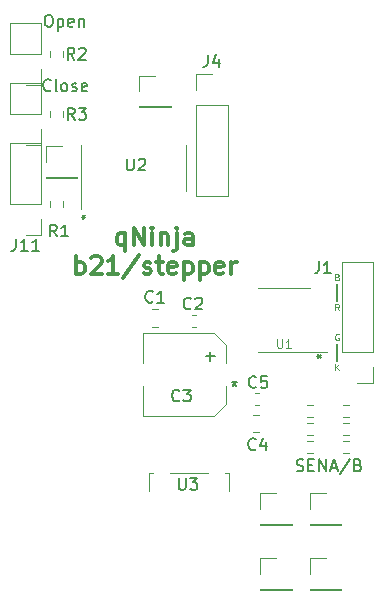
<source format=gto>
%TF.GenerationSoftware,KiCad,Pcbnew,(7.0.0-122-g9f10c142c4)*%
%TF.CreationDate,2023-03-06T13:40:13+09:00*%
%TF.ProjectId,stepper,73746570-7065-4722-9e6b-696361645f70,rev?*%
%TF.SameCoordinates,Original*%
%TF.FileFunction,Legend,Top*%
%TF.FilePolarity,Positive*%
%FSLAX46Y46*%
G04 Gerber Fmt 4.6, Leading zero omitted, Abs format (unit mm)*
G04 Created by KiCad (PCBNEW (7.0.0-122-g9f10c142c4)) date 2023-03-06 13:40:13*
%MOMM*%
%LPD*%
G01*
G04 APERTURE LIST*
%ADD10C,0.150000*%
%ADD11C,0.300000*%
%ADD12C,0.125000*%
%ADD13C,0.150400*%
%ADD14C,0.120000*%
G04 APERTURE END LIST*
D10*
X123681904Y-62857142D02*
X123634285Y-62904761D01*
X123634285Y-62904761D02*
X123491428Y-62952380D01*
X123491428Y-62952380D02*
X123396190Y-62952380D01*
X123396190Y-62952380D02*
X123253333Y-62904761D01*
X123253333Y-62904761D02*
X123158095Y-62809523D01*
X123158095Y-62809523D02*
X123110476Y-62714285D01*
X123110476Y-62714285D02*
X123062857Y-62523809D01*
X123062857Y-62523809D02*
X123062857Y-62380952D01*
X123062857Y-62380952D02*
X123110476Y-62190476D01*
X123110476Y-62190476D02*
X123158095Y-62095238D01*
X123158095Y-62095238D02*
X123253333Y-62000000D01*
X123253333Y-62000000D02*
X123396190Y-61952380D01*
X123396190Y-61952380D02*
X123491428Y-61952380D01*
X123491428Y-61952380D02*
X123634285Y-62000000D01*
X123634285Y-62000000D02*
X123681904Y-62047619D01*
X124253333Y-62952380D02*
X124158095Y-62904761D01*
X124158095Y-62904761D02*
X124110476Y-62809523D01*
X124110476Y-62809523D02*
X124110476Y-61952380D01*
X124777143Y-62952380D02*
X124681905Y-62904761D01*
X124681905Y-62904761D02*
X124634286Y-62857142D01*
X124634286Y-62857142D02*
X124586667Y-62761904D01*
X124586667Y-62761904D02*
X124586667Y-62476190D01*
X124586667Y-62476190D02*
X124634286Y-62380952D01*
X124634286Y-62380952D02*
X124681905Y-62333333D01*
X124681905Y-62333333D02*
X124777143Y-62285714D01*
X124777143Y-62285714D02*
X124920000Y-62285714D01*
X124920000Y-62285714D02*
X125015238Y-62333333D01*
X125015238Y-62333333D02*
X125062857Y-62380952D01*
X125062857Y-62380952D02*
X125110476Y-62476190D01*
X125110476Y-62476190D02*
X125110476Y-62761904D01*
X125110476Y-62761904D02*
X125062857Y-62857142D01*
X125062857Y-62857142D02*
X125015238Y-62904761D01*
X125015238Y-62904761D02*
X124920000Y-62952380D01*
X124920000Y-62952380D02*
X124777143Y-62952380D01*
X125491429Y-62904761D02*
X125586667Y-62952380D01*
X125586667Y-62952380D02*
X125777143Y-62952380D01*
X125777143Y-62952380D02*
X125872381Y-62904761D01*
X125872381Y-62904761D02*
X125920000Y-62809523D01*
X125920000Y-62809523D02*
X125920000Y-62761904D01*
X125920000Y-62761904D02*
X125872381Y-62666666D01*
X125872381Y-62666666D02*
X125777143Y-62619047D01*
X125777143Y-62619047D02*
X125634286Y-62619047D01*
X125634286Y-62619047D02*
X125539048Y-62571428D01*
X125539048Y-62571428D02*
X125491429Y-62476190D01*
X125491429Y-62476190D02*
X125491429Y-62428571D01*
X125491429Y-62428571D02*
X125539048Y-62333333D01*
X125539048Y-62333333D02*
X125634286Y-62285714D01*
X125634286Y-62285714D02*
X125777143Y-62285714D01*
X125777143Y-62285714D02*
X125872381Y-62333333D01*
X126729524Y-62904761D02*
X126634286Y-62952380D01*
X126634286Y-62952380D02*
X126443810Y-62952380D01*
X126443810Y-62952380D02*
X126348572Y-62904761D01*
X126348572Y-62904761D02*
X126300953Y-62809523D01*
X126300953Y-62809523D02*
X126300953Y-62428571D01*
X126300953Y-62428571D02*
X126348572Y-62333333D01*
X126348572Y-62333333D02*
X126443810Y-62285714D01*
X126443810Y-62285714D02*
X126634286Y-62285714D01*
X126634286Y-62285714D02*
X126729524Y-62333333D01*
X126729524Y-62333333D02*
X126777143Y-62428571D01*
X126777143Y-62428571D02*
X126777143Y-62523809D01*
X126777143Y-62523809D02*
X126300953Y-62619047D01*
X123431428Y-56492380D02*
X123621904Y-56492380D01*
X123621904Y-56492380D02*
X123717142Y-56540000D01*
X123717142Y-56540000D02*
X123812380Y-56635238D01*
X123812380Y-56635238D02*
X123859999Y-56825714D01*
X123859999Y-56825714D02*
X123859999Y-57159047D01*
X123859999Y-57159047D02*
X123812380Y-57349523D01*
X123812380Y-57349523D02*
X123717142Y-57444761D01*
X123717142Y-57444761D02*
X123621904Y-57492380D01*
X123621904Y-57492380D02*
X123431428Y-57492380D01*
X123431428Y-57492380D02*
X123336190Y-57444761D01*
X123336190Y-57444761D02*
X123240952Y-57349523D01*
X123240952Y-57349523D02*
X123193333Y-57159047D01*
X123193333Y-57159047D02*
X123193333Y-56825714D01*
X123193333Y-56825714D02*
X123240952Y-56635238D01*
X123240952Y-56635238D02*
X123336190Y-56540000D01*
X123336190Y-56540000D02*
X123431428Y-56492380D01*
X124288571Y-56825714D02*
X124288571Y-57825714D01*
X124288571Y-56873333D02*
X124383809Y-56825714D01*
X124383809Y-56825714D02*
X124574285Y-56825714D01*
X124574285Y-56825714D02*
X124669523Y-56873333D01*
X124669523Y-56873333D02*
X124717142Y-56920952D01*
X124717142Y-56920952D02*
X124764761Y-57016190D01*
X124764761Y-57016190D02*
X124764761Y-57301904D01*
X124764761Y-57301904D02*
X124717142Y-57397142D01*
X124717142Y-57397142D02*
X124669523Y-57444761D01*
X124669523Y-57444761D02*
X124574285Y-57492380D01*
X124574285Y-57492380D02*
X124383809Y-57492380D01*
X124383809Y-57492380D02*
X124288571Y-57444761D01*
X125574285Y-57444761D02*
X125479047Y-57492380D01*
X125479047Y-57492380D02*
X125288571Y-57492380D01*
X125288571Y-57492380D02*
X125193333Y-57444761D01*
X125193333Y-57444761D02*
X125145714Y-57349523D01*
X125145714Y-57349523D02*
X125145714Y-56968571D01*
X125145714Y-56968571D02*
X125193333Y-56873333D01*
X125193333Y-56873333D02*
X125288571Y-56825714D01*
X125288571Y-56825714D02*
X125479047Y-56825714D01*
X125479047Y-56825714D02*
X125574285Y-56873333D01*
X125574285Y-56873333D02*
X125621904Y-56968571D01*
X125621904Y-56968571D02*
X125621904Y-57063809D01*
X125621904Y-57063809D02*
X125145714Y-57159047D01*
X126050476Y-56825714D02*
X126050476Y-57492380D01*
X126050476Y-56920952D02*
X126098095Y-56873333D01*
X126098095Y-56873333D02*
X126193333Y-56825714D01*
X126193333Y-56825714D02*
X126336190Y-56825714D01*
X126336190Y-56825714D02*
X126431428Y-56873333D01*
X126431428Y-56873333D02*
X126479047Y-56968571D01*
X126479047Y-56968571D02*
X126479047Y-57492380D01*
D11*
X129994285Y-75003571D02*
X129994285Y-76503571D01*
X129994285Y-75932142D02*
X129851427Y-76003571D01*
X129851427Y-76003571D02*
X129565713Y-76003571D01*
X129565713Y-76003571D02*
X129422856Y-75932142D01*
X129422856Y-75932142D02*
X129351427Y-75860714D01*
X129351427Y-75860714D02*
X129279999Y-75717857D01*
X129279999Y-75717857D02*
X129279999Y-75289285D01*
X129279999Y-75289285D02*
X129351427Y-75146428D01*
X129351427Y-75146428D02*
X129422856Y-75075000D01*
X129422856Y-75075000D02*
X129565713Y-75003571D01*
X129565713Y-75003571D02*
X129851427Y-75003571D01*
X129851427Y-75003571D02*
X129994285Y-75075000D01*
X130708570Y-76003571D02*
X130708570Y-74503571D01*
X130708570Y-74503571D02*
X131565713Y-76003571D01*
X131565713Y-76003571D02*
X131565713Y-74503571D01*
X132279999Y-76003571D02*
X132279999Y-75003571D01*
X132279999Y-74503571D02*
X132208571Y-74575000D01*
X132208571Y-74575000D02*
X132279999Y-74646428D01*
X132279999Y-74646428D02*
X132351428Y-74575000D01*
X132351428Y-74575000D02*
X132279999Y-74503571D01*
X132279999Y-74503571D02*
X132279999Y-74646428D01*
X132994285Y-75003571D02*
X132994285Y-76003571D01*
X132994285Y-75146428D02*
X133065714Y-75075000D01*
X133065714Y-75075000D02*
X133208571Y-75003571D01*
X133208571Y-75003571D02*
X133422857Y-75003571D01*
X133422857Y-75003571D02*
X133565714Y-75075000D01*
X133565714Y-75075000D02*
X133637143Y-75217857D01*
X133637143Y-75217857D02*
X133637143Y-76003571D01*
X134351428Y-75003571D02*
X134351428Y-76289285D01*
X134351428Y-76289285D02*
X134280000Y-76432142D01*
X134280000Y-76432142D02*
X134137143Y-76503571D01*
X134137143Y-76503571D02*
X134065714Y-76503571D01*
X134351428Y-74503571D02*
X134280000Y-74575000D01*
X134280000Y-74575000D02*
X134351428Y-74646428D01*
X134351428Y-74646428D02*
X134422857Y-74575000D01*
X134422857Y-74575000D02*
X134351428Y-74503571D01*
X134351428Y-74503571D02*
X134351428Y-74646428D01*
X135708572Y-76003571D02*
X135708572Y-75217857D01*
X135708572Y-75217857D02*
X135637143Y-75075000D01*
X135637143Y-75075000D02*
X135494286Y-75003571D01*
X135494286Y-75003571D02*
X135208572Y-75003571D01*
X135208572Y-75003571D02*
X135065714Y-75075000D01*
X135708572Y-75932142D02*
X135565714Y-76003571D01*
X135565714Y-76003571D02*
X135208572Y-76003571D01*
X135208572Y-76003571D02*
X135065714Y-75932142D01*
X135065714Y-75932142D02*
X134994286Y-75789285D01*
X134994286Y-75789285D02*
X134994286Y-75646428D01*
X134994286Y-75646428D02*
X135065714Y-75503571D01*
X135065714Y-75503571D02*
X135208572Y-75432142D01*
X135208572Y-75432142D02*
X135565714Y-75432142D01*
X135565714Y-75432142D02*
X135708572Y-75360714D01*
X125851428Y-78433571D02*
X125851428Y-76933571D01*
X125851428Y-77505000D02*
X125994286Y-77433571D01*
X125994286Y-77433571D02*
X126280000Y-77433571D01*
X126280000Y-77433571D02*
X126422857Y-77505000D01*
X126422857Y-77505000D02*
X126494286Y-77576428D01*
X126494286Y-77576428D02*
X126565714Y-77719285D01*
X126565714Y-77719285D02*
X126565714Y-78147857D01*
X126565714Y-78147857D02*
X126494286Y-78290714D01*
X126494286Y-78290714D02*
X126422857Y-78362142D01*
X126422857Y-78362142D02*
X126280000Y-78433571D01*
X126280000Y-78433571D02*
X125994286Y-78433571D01*
X125994286Y-78433571D02*
X125851428Y-78362142D01*
X127137143Y-77076428D02*
X127208571Y-77005000D01*
X127208571Y-77005000D02*
X127351429Y-76933571D01*
X127351429Y-76933571D02*
X127708571Y-76933571D01*
X127708571Y-76933571D02*
X127851429Y-77005000D01*
X127851429Y-77005000D02*
X127922857Y-77076428D01*
X127922857Y-77076428D02*
X127994286Y-77219285D01*
X127994286Y-77219285D02*
X127994286Y-77362142D01*
X127994286Y-77362142D02*
X127922857Y-77576428D01*
X127922857Y-77576428D02*
X127065714Y-78433571D01*
X127065714Y-78433571D02*
X127994286Y-78433571D01*
X129422857Y-78433571D02*
X128565714Y-78433571D01*
X128994285Y-78433571D02*
X128994285Y-76933571D01*
X128994285Y-76933571D02*
X128851428Y-77147857D01*
X128851428Y-77147857D02*
X128708571Y-77290714D01*
X128708571Y-77290714D02*
X128565714Y-77362142D01*
X131137142Y-76862142D02*
X129851428Y-78790714D01*
X131565714Y-78362142D02*
X131708571Y-78433571D01*
X131708571Y-78433571D02*
X131994285Y-78433571D01*
X131994285Y-78433571D02*
X132137142Y-78362142D01*
X132137142Y-78362142D02*
X132208571Y-78219285D01*
X132208571Y-78219285D02*
X132208571Y-78147857D01*
X132208571Y-78147857D02*
X132137142Y-78005000D01*
X132137142Y-78005000D02*
X131994285Y-77933571D01*
X131994285Y-77933571D02*
X131780000Y-77933571D01*
X131780000Y-77933571D02*
X131637142Y-77862142D01*
X131637142Y-77862142D02*
X131565714Y-77719285D01*
X131565714Y-77719285D02*
X131565714Y-77647857D01*
X131565714Y-77647857D02*
X131637142Y-77505000D01*
X131637142Y-77505000D02*
X131780000Y-77433571D01*
X131780000Y-77433571D02*
X131994285Y-77433571D01*
X131994285Y-77433571D02*
X132137142Y-77505000D01*
X132637143Y-77433571D02*
X133208571Y-77433571D01*
X132851428Y-76933571D02*
X132851428Y-78219285D01*
X132851428Y-78219285D02*
X132922857Y-78362142D01*
X132922857Y-78362142D02*
X133065714Y-78433571D01*
X133065714Y-78433571D02*
X133208571Y-78433571D01*
X134280000Y-78362142D02*
X134137143Y-78433571D01*
X134137143Y-78433571D02*
X133851429Y-78433571D01*
X133851429Y-78433571D02*
X133708571Y-78362142D01*
X133708571Y-78362142D02*
X133637143Y-78219285D01*
X133637143Y-78219285D02*
X133637143Y-77647857D01*
X133637143Y-77647857D02*
X133708571Y-77505000D01*
X133708571Y-77505000D02*
X133851429Y-77433571D01*
X133851429Y-77433571D02*
X134137143Y-77433571D01*
X134137143Y-77433571D02*
X134280000Y-77505000D01*
X134280000Y-77505000D02*
X134351429Y-77647857D01*
X134351429Y-77647857D02*
X134351429Y-77790714D01*
X134351429Y-77790714D02*
X133637143Y-77933571D01*
X134994285Y-77433571D02*
X134994285Y-78933571D01*
X134994285Y-77505000D02*
X135137143Y-77433571D01*
X135137143Y-77433571D02*
X135422857Y-77433571D01*
X135422857Y-77433571D02*
X135565714Y-77505000D01*
X135565714Y-77505000D02*
X135637143Y-77576428D01*
X135637143Y-77576428D02*
X135708571Y-77719285D01*
X135708571Y-77719285D02*
X135708571Y-78147857D01*
X135708571Y-78147857D02*
X135637143Y-78290714D01*
X135637143Y-78290714D02*
X135565714Y-78362142D01*
X135565714Y-78362142D02*
X135422857Y-78433571D01*
X135422857Y-78433571D02*
X135137143Y-78433571D01*
X135137143Y-78433571D02*
X134994285Y-78362142D01*
X136351428Y-77433571D02*
X136351428Y-78933571D01*
X136351428Y-77505000D02*
X136494286Y-77433571D01*
X136494286Y-77433571D02*
X136780000Y-77433571D01*
X136780000Y-77433571D02*
X136922857Y-77505000D01*
X136922857Y-77505000D02*
X136994286Y-77576428D01*
X136994286Y-77576428D02*
X137065714Y-77719285D01*
X137065714Y-77719285D02*
X137065714Y-78147857D01*
X137065714Y-78147857D02*
X136994286Y-78290714D01*
X136994286Y-78290714D02*
X136922857Y-78362142D01*
X136922857Y-78362142D02*
X136780000Y-78433571D01*
X136780000Y-78433571D02*
X136494286Y-78433571D01*
X136494286Y-78433571D02*
X136351428Y-78362142D01*
X138280000Y-78362142D02*
X138137143Y-78433571D01*
X138137143Y-78433571D02*
X137851429Y-78433571D01*
X137851429Y-78433571D02*
X137708571Y-78362142D01*
X137708571Y-78362142D02*
X137637143Y-78219285D01*
X137637143Y-78219285D02*
X137637143Y-77647857D01*
X137637143Y-77647857D02*
X137708571Y-77505000D01*
X137708571Y-77505000D02*
X137851429Y-77433571D01*
X137851429Y-77433571D02*
X138137143Y-77433571D01*
X138137143Y-77433571D02*
X138280000Y-77505000D01*
X138280000Y-77505000D02*
X138351429Y-77647857D01*
X138351429Y-77647857D02*
X138351429Y-77790714D01*
X138351429Y-77790714D02*
X137637143Y-77933571D01*
X138994285Y-78433571D02*
X138994285Y-77433571D01*
X138994285Y-77719285D02*
X139065714Y-77576428D01*
X139065714Y-77576428D02*
X139137143Y-77505000D01*
X139137143Y-77505000D02*
X139280000Y-77433571D01*
X139280000Y-77433571D02*
X139422857Y-77433571D01*
D10*
X147910000Y-80731108D02*
X147910000Y-79283308D01*
X147910000Y-85782000D02*
X147910000Y-84334200D01*
X144503476Y-95092761D02*
X144646333Y-95140380D01*
X144646333Y-95140380D02*
X144884428Y-95140380D01*
X144884428Y-95140380D02*
X144979666Y-95092761D01*
X144979666Y-95092761D02*
X145027285Y-95045142D01*
X145027285Y-95045142D02*
X145074904Y-94949904D01*
X145074904Y-94949904D02*
X145074904Y-94854666D01*
X145074904Y-94854666D02*
X145027285Y-94759428D01*
X145027285Y-94759428D02*
X144979666Y-94711809D01*
X144979666Y-94711809D02*
X144884428Y-94664190D01*
X144884428Y-94664190D02*
X144693952Y-94616571D01*
X144693952Y-94616571D02*
X144598714Y-94568952D01*
X144598714Y-94568952D02*
X144551095Y-94521333D01*
X144551095Y-94521333D02*
X144503476Y-94426095D01*
X144503476Y-94426095D02*
X144503476Y-94330857D01*
X144503476Y-94330857D02*
X144551095Y-94235619D01*
X144551095Y-94235619D02*
X144598714Y-94188000D01*
X144598714Y-94188000D02*
X144693952Y-94140380D01*
X144693952Y-94140380D02*
X144932047Y-94140380D01*
X144932047Y-94140380D02*
X145074904Y-94188000D01*
X145503476Y-94616571D02*
X145836809Y-94616571D01*
X145979666Y-95140380D02*
X145503476Y-95140380D01*
X145503476Y-95140380D02*
X145503476Y-94140380D01*
X145503476Y-94140380D02*
X145979666Y-94140380D01*
X146408238Y-95140380D02*
X146408238Y-94140380D01*
X146408238Y-94140380D02*
X146979666Y-95140380D01*
X146979666Y-95140380D02*
X146979666Y-94140380D01*
X147408238Y-94854666D02*
X147884428Y-94854666D01*
X147313000Y-95140380D02*
X147646333Y-94140380D01*
X147646333Y-94140380D02*
X147979666Y-95140380D01*
X149027285Y-94092761D02*
X148170143Y-95378476D01*
X149693952Y-94616571D02*
X149836809Y-94664190D01*
X149836809Y-94664190D02*
X149884428Y-94711809D01*
X149884428Y-94711809D02*
X149932047Y-94807047D01*
X149932047Y-94807047D02*
X149932047Y-94949904D01*
X149932047Y-94949904D02*
X149884428Y-95045142D01*
X149884428Y-95045142D02*
X149836809Y-95092761D01*
X149836809Y-95092761D02*
X149741571Y-95140380D01*
X149741571Y-95140380D02*
X149360619Y-95140380D01*
X149360619Y-95140380D02*
X149360619Y-94140380D01*
X149360619Y-94140380D02*
X149693952Y-94140380D01*
X149693952Y-94140380D02*
X149789190Y-94188000D01*
X149789190Y-94188000D02*
X149836809Y-94235619D01*
X149836809Y-94235619D02*
X149884428Y-94330857D01*
X149884428Y-94330857D02*
X149884428Y-94426095D01*
X149884428Y-94426095D02*
X149836809Y-94521333D01*
X149836809Y-94521333D02*
X149789190Y-94568952D01*
X149789190Y-94568952D02*
X149693952Y-94616571D01*
X149693952Y-94616571D02*
X149360619Y-94616571D01*
D12*
X148084761Y-81493690D02*
X147918095Y-81255595D01*
X147799047Y-81493690D02*
X147799047Y-80993690D01*
X147799047Y-80993690D02*
X147989523Y-80993690D01*
X147989523Y-80993690D02*
X148037142Y-81017500D01*
X148037142Y-81017500D02*
X148060952Y-81041309D01*
X148060952Y-81041309D02*
X148084761Y-81088928D01*
X148084761Y-81088928D02*
X148084761Y-81160357D01*
X148084761Y-81160357D02*
X148060952Y-81207976D01*
X148060952Y-81207976D02*
X148037142Y-81231785D01*
X148037142Y-81231785D02*
X147989523Y-81255595D01*
X147989523Y-81255595D02*
X147799047Y-81255595D01*
D10*
X126305535Y-73579999D02*
X126484107Y-73579999D01*
X126412678Y-73758571D02*
X126484107Y-73579999D01*
X126484107Y-73579999D02*
X126412678Y-73401428D01*
X126626964Y-73687142D02*
X126484107Y-73579999D01*
X126484107Y-73579999D02*
X126626964Y-73472856D01*
D12*
X147799047Y-86573690D02*
X147799047Y-86073690D01*
X148084761Y-86573690D02*
X147870476Y-86287976D01*
X148084761Y-86073690D02*
X147799047Y-86359404D01*
D10*
X146235535Y-85409999D02*
X146414107Y-85409999D01*
X146342678Y-85588571D02*
X146414107Y-85409999D01*
X146414107Y-85409999D02*
X146342678Y-85231428D01*
X146556964Y-85517142D02*
X146414107Y-85409999D01*
X146414107Y-85409999D02*
X146556964Y-85302856D01*
D12*
X147965714Y-78691785D02*
X148037142Y-78715595D01*
X148037142Y-78715595D02*
X148060952Y-78739404D01*
X148060952Y-78739404D02*
X148084761Y-78787023D01*
X148084761Y-78787023D02*
X148084761Y-78858452D01*
X148084761Y-78858452D02*
X148060952Y-78906071D01*
X148060952Y-78906071D02*
X148037142Y-78929880D01*
X148037142Y-78929880D02*
X147989523Y-78953690D01*
X147989523Y-78953690D02*
X147799047Y-78953690D01*
X147799047Y-78953690D02*
X147799047Y-78453690D01*
X147799047Y-78453690D02*
X147965714Y-78453690D01*
X147965714Y-78453690D02*
X148013333Y-78477500D01*
X148013333Y-78477500D02*
X148037142Y-78501309D01*
X148037142Y-78501309D02*
X148060952Y-78548928D01*
X148060952Y-78548928D02*
X148060952Y-78596547D01*
X148060952Y-78596547D02*
X148037142Y-78644166D01*
X148037142Y-78644166D02*
X148013333Y-78667976D01*
X148013333Y-78667976D02*
X147965714Y-78691785D01*
X147965714Y-78691785D02*
X147799047Y-78691785D01*
X148060952Y-83557500D02*
X148013333Y-83533690D01*
X148013333Y-83533690D02*
X147941904Y-83533690D01*
X147941904Y-83533690D02*
X147870476Y-83557500D01*
X147870476Y-83557500D02*
X147822857Y-83605119D01*
X147822857Y-83605119D02*
X147799047Y-83652738D01*
X147799047Y-83652738D02*
X147775238Y-83747976D01*
X147775238Y-83747976D02*
X147775238Y-83819404D01*
X147775238Y-83819404D02*
X147799047Y-83914642D01*
X147799047Y-83914642D02*
X147822857Y-83962261D01*
X147822857Y-83962261D02*
X147870476Y-84009880D01*
X147870476Y-84009880D02*
X147941904Y-84033690D01*
X147941904Y-84033690D02*
X147989523Y-84033690D01*
X147989523Y-84033690D02*
X148060952Y-84009880D01*
X148060952Y-84009880D02*
X148084761Y-83986071D01*
X148084761Y-83986071D02*
X148084761Y-83819404D01*
X148084761Y-83819404D02*
X147989523Y-83819404D01*
D10*
%TO.C,U2*%
X130138095Y-68662380D02*
X130138095Y-69471904D01*
X130138095Y-69471904D02*
X130185714Y-69567142D01*
X130185714Y-69567142D02*
X130233333Y-69614761D01*
X130233333Y-69614761D02*
X130328571Y-69662380D01*
X130328571Y-69662380D02*
X130519047Y-69662380D01*
X130519047Y-69662380D02*
X130614285Y-69614761D01*
X130614285Y-69614761D02*
X130661904Y-69567142D01*
X130661904Y-69567142D02*
X130709523Y-69471904D01*
X130709523Y-69471904D02*
X130709523Y-68662380D01*
X131138095Y-68757619D02*
X131185714Y-68710000D01*
X131185714Y-68710000D02*
X131280952Y-68662380D01*
X131280952Y-68662380D02*
X131519047Y-68662380D01*
X131519047Y-68662380D02*
X131614285Y-68710000D01*
X131614285Y-68710000D02*
X131661904Y-68757619D01*
X131661904Y-68757619D02*
X131709523Y-68852857D01*
X131709523Y-68852857D02*
X131709523Y-68948095D01*
X131709523Y-68948095D02*
X131661904Y-69090952D01*
X131661904Y-69090952D02*
X131090476Y-69662380D01*
X131090476Y-69662380D02*
X131709523Y-69662380D01*
%TO.C,J1*%
X146406666Y-77359380D02*
X146406666Y-78073666D01*
X146406666Y-78073666D02*
X146359047Y-78216523D01*
X146359047Y-78216523D02*
X146263809Y-78311761D01*
X146263809Y-78311761D02*
X146120952Y-78359380D01*
X146120952Y-78359380D02*
X146025714Y-78359380D01*
X147406666Y-78359380D02*
X146835238Y-78359380D01*
X147120952Y-78359380D02*
X147120952Y-77359380D01*
X147120952Y-77359380D02*
X147025714Y-77502238D01*
X147025714Y-77502238D02*
X146930476Y-77597476D01*
X146930476Y-77597476D02*
X146835238Y-77645095D01*
%TO.C,C4*%
X141043333Y-93252142D02*
X140995714Y-93299761D01*
X140995714Y-93299761D02*
X140852857Y-93347380D01*
X140852857Y-93347380D02*
X140757619Y-93347380D01*
X140757619Y-93347380D02*
X140614762Y-93299761D01*
X140614762Y-93299761D02*
X140519524Y-93204523D01*
X140519524Y-93204523D02*
X140471905Y-93109285D01*
X140471905Y-93109285D02*
X140424286Y-92918809D01*
X140424286Y-92918809D02*
X140424286Y-92775952D01*
X140424286Y-92775952D02*
X140471905Y-92585476D01*
X140471905Y-92585476D02*
X140519524Y-92490238D01*
X140519524Y-92490238D02*
X140614762Y-92395000D01*
X140614762Y-92395000D02*
X140757619Y-92347380D01*
X140757619Y-92347380D02*
X140852857Y-92347380D01*
X140852857Y-92347380D02*
X140995714Y-92395000D01*
X140995714Y-92395000D02*
X141043333Y-92442619D01*
X141900476Y-92680714D02*
X141900476Y-93347380D01*
X141662381Y-92299761D02*
X141424286Y-93014047D01*
X141424286Y-93014047D02*
X142043333Y-93014047D01*
%TO.C,R1*%
X124213333Y-75247380D02*
X123880000Y-74771190D01*
X123641905Y-75247380D02*
X123641905Y-74247380D01*
X123641905Y-74247380D02*
X124022857Y-74247380D01*
X124022857Y-74247380D02*
X124118095Y-74295000D01*
X124118095Y-74295000D02*
X124165714Y-74342619D01*
X124165714Y-74342619D02*
X124213333Y-74437857D01*
X124213333Y-74437857D02*
X124213333Y-74580714D01*
X124213333Y-74580714D02*
X124165714Y-74675952D01*
X124165714Y-74675952D02*
X124118095Y-74723571D01*
X124118095Y-74723571D02*
X124022857Y-74771190D01*
X124022857Y-74771190D02*
X123641905Y-74771190D01*
X125165714Y-75247380D02*
X124594286Y-75247380D01*
X124880000Y-75247380D02*
X124880000Y-74247380D01*
X124880000Y-74247380D02*
X124784762Y-74390238D01*
X124784762Y-74390238D02*
X124689524Y-74485476D01*
X124689524Y-74485476D02*
X124594286Y-74533095D01*
%TO.C,J11*%
X120750476Y-75477380D02*
X120750476Y-76191666D01*
X120750476Y-76191666D02*
X120702857Y-76334523D01*
X120702857Y-76334523D02*
X120607619Y-76429761D01*
X120607619Y-76429761D02*
X120464762Y-76477380D01*
X120464762Y-76477380D02*
X120369524Y-76477380D01*
X121750476Y-76477380D02*
X121179048Y-76477380D01*
X121464762Y-76477380D02*
X121464762Y-75477380D01*
X121464762Y-75477380D02*
X121369524Y-75620238D01*
X121369524Y-75620238D02*
X121274286Y-75715476D01*
X121274286Y-75715476D02*
X121179048Y-75763095D01*
X122702857Y-76477380D02*
X122131429Y-76477380D01*
X122417143Y-76477380D02*
X122417143Y-75477380D01*
X122417143Y-75477380D02*
X122321905Y-75620238D01*
X122321905Y-75620238D02*
X122226667Y-75715476D01*
X122226667Y-75715476D02*
X122131429Y-75763095D01*
%TO.C,J4*%
X136996666Y-59887380D02*
X136996666Y-60601666D01*
X136996666Y-60601666D02*
X136949047Y-60744523D01*
X136949047Y-60744523D02*
X136853809Y-60839761D01*
X136853809Y-60839761D02*
X136710952Y-60887380D01*
X136710952Y-60887380D02*
X136615714Y-60887380D01*
X137901428Y-60220714D02*
X137901428Y-60887380D01*
X137663333Y-59839761D02*
X137425238Y-60554047D01*
X137425238Y-60554047D02*
X138044285Y-60554047D01*
D12*
%TO.C,U1*%
X142858571Y-83945535D02*
X142858571Y-84552678D01*
X142858571Y-84552678D02*
X142894285Y-84624107D01*
X142894285Y-84624107D02*
X142930000Y-84659821D01*
X142930000Y-84659821D02*
X143001428Y-84695535D01*
X143001428Y-84695535D02*
X143144285Y-84695535D01*
X143144285Y-84695535D02*
X143215714Y-84659821D01*
X143215714Y-84659821D02*
X143251428Y-84624107D01*
X143251428Y-84624107D02*
X143287142Y-84552678D01*
X143287142Y-84552678D02*
X143287142Y-83945535D01*
X144037142Y-84695535D02*
X143608571Y-84695535D01*
X143822856Y-84695535D02*
X143822856Y-83945535D01*
X143822856Y-83945535D02*
X143751428Y-84052678D01*
X143751428Y-84052678D02*
X143679999Y-84124107D01*
X143679999Y-84124107D02*
X143608571Y-84159821D01*
D10*
%TO.C,R3*%
X125713333Y-65377380D02*
X125380000Y-64901190D01*
X125141905Y-65377380D02*
X125141905Y-64377380D01*
X125141905Y-64377380D02*
X125522857Y-64377380D01*
X125522857Y-64377380D02*
X125618095Y-64425000D01*
X125618095Y-64425000D02*
X125665714Y-64472619D01*
X125665714Y-64472619D02*
X125713333Y-64567857D01*
X125713333Y-64567857D02*
X125713333Y-64710714D01*
X125713333Y-64710714D02*
X125665714Y-64805952D01*
X125665714Y-64805952D02*
X125618095Y-64853571D01*
X125618095Y-64853571D02*
X125522857Y-64901190D01*
X125522857Y-64901190D02*
X125141905Y-64901190D01*
X126046667Y-64377380D02*
X126665714Y-64377380D01*
X126665714Y-64377380D02*
X126332381Y-64758333D01*
X126332381Y-64758333D02*
X126475238Y-64758333D01*
X126475238Y-64758333D02*
X126570476Y-64805952D01*
X126570476Y-64805952D02*
X126618095Y-64853571D01*
X126618095Y-64853571D02*
X126665714Y-64948809D01*
X126665714Y-64948809D02*
X126665714Y-65186904D01*
X126665714Y-65186904D02*
X126618095Y-65282142D01*
X126618095Y-65282142D02*
X126570476Y-65329761D01*
X126570476Y-65329761D02*
X126475238Y-65377380D01*
X126475238Y-65377380D02*
X126189524Y-65377380D01*
X126189524Y-65377380D02*
X126094286Y-65329761D01*
X126094286Y-65329761D02*
X126046667Y-65282142D01*
D13*
%TO.C,C2*%
X135563333Y-81342142D02*
X135515714Y-81389761D01*
X135515714Y-81389761D02*
X135372857Y-81437380D01*
X135372857Y-81437380D02*
X135277619Y-81437380D01*
X135277619Y-81437380D02*
X135134762Y-81389761D01*
X135134762Y-81389761D02*
X135039524Y-81294523D01*
X135039524Y-81294523D02*
X134991905Y-81199285D01*
X134991905Y-81199285D02*
X134944286Y-81008809D01*
X134944286Y-81008809D02*
X134944286Y-80865952D01*
X134944286Y-80865952D02*
X134991905Y-80675476D01*
X134991905Y-80675476D02*
X135039524Y-80580238D01*
X135039524Y-80580238D02*
X135134762Y-80485000D01*
X135134762Y-80485000D02*
X135277619Y-80437380D01*
X135277619Y-80437380D02*
X135372857Y-80437380D01*
X135372857Y-80437380D02*
X135515714Y-80485000D01*
X135515714Y-80485000D02*
X135563333Y-80532619D01*
X135944286Y-80532619D02*
X135991905Y-80485000D01*
X135991905Y-80485000D02*
X136087143Y-80437380D01*
X136087143Y-80437380D02*
X136325238Y-80437380D01*
X136325238Y-80437380D02*
X136420476Y-80485000D01*
X136420476Y-80485000D02*
X136468095Y-80532619D01*
X136468095Y-80532619D02*
X136515714Y-80627857D01*
X136515714Y-80627857D02*
X136515714Y-80723095D01*
X136515714Y-80723095D02*
X136468095Y-80865952D01*
X136468095Y-80865952D02*
X135896667Y-81437380D01*
X135896667Y-81437380D02*
X136515714Y-81437380D01*
%TO.C,C5*%
X141073333Y-87982142D02*
X141025714Y-88029761D01*
X141025714Y-88029761D02*
X140882857Y-88077380D01*
X140882857Y-88077380D02*
X140787619Y-88077380D01*
X140787619Y-88077380D02*
X140644762Y-88029761D01*
X140644762Y-88029761D02*
X140549524Y-87934523D01*
X140549524Y-87934523D02*
X140501905Y-87839285D01*
X140501905Y-87839285D02*
X140454286Y-87648809D01*
X140454286Y-87648809D02*
X140454286Y-87505952D01*
X140454286Y-87505952D02*
X140501905Y-87315476D01*
X140501905Y-87315476D02*
X140549524Y-87220238D01*
X140549524Y-87220238D02*
X140644762Y-87125000D01*
X140644762Y-87125000D02*
X140787619Y-87077380D01*
X140787619Y-87077380D02*
X140882857Y-87077380D01*
X140882857Y-87077380D02*
X141025714Y-87125000D01*
X141025714Y-87125000D02*
X141073333Y-87172619D01*
X141978095Y-87077380D02*
X141501905Y-87077380D01*
X141501905Y-87077380D02*
X141454286Y-87553571D01*
X141454286Y-87553571D02*
X141501905Y-87505952D01*
X141501905Y-87505952D02*
X141597143Y-87458333D01*
X141597143Y-87458333D02*
X141835238Y-87458333D01*
X141835238Y-87458333D02*
X141930476Y-87505952D01*
X141930476Y-87505952D02*
X141978095Y-87553571D01*
X141978095Y-87553571D02*
X142025714Y-87648809D01*
X142025714Y-87648809D02*
X142025714Y-87886904D01*
X142025714Y-87886904D02*
X141978095Y-87982142D01*
X141978095Y-87982142D02*
X141930476Y-88029761D01*
X141930476Y-88029761D02*
X141835238Y-88077380D01*
X141835238Y-88077380D02*
X141597143Y-88077380D01*
X141597143Y-88077380D02*
X141501905Y-88029761D01*
X141501905Y-88029761D02*
X141454286Y-87982142D01*
D10*
%TO.C,C1*%
X132333333Y-80762142D02*
X132285714Y-80809761D01*
X132285714Y-80809761D02*
X132142857Y-80857380D01*
X132142857Y-80857380D02*
X132047619Y-80857380D01*
X132047619Y-80857380D02*
X131904762Y-80809761D01*
X131904762Y-80809761D02*
X131809524Y-80714523D01*
X131809524Y-80714523D02*
X131761905Y-80619285D01*
X131761905Y-80619285D02*
X131714286Y-80428809D01*
X131714286Y-80428809D02*
X131714286Y-80285952D01*
X131714286Y-80285952D02*
X131761905Y-80095476D01*
X131761905Y-80095476D02*
X131809524Y-80000238D01*
X131809524Y-80000238D02*
X131904762Y-79905000D01*
X131904762Y-79905000D02*
X132047619Y-79857380D01*
X132047619Y-79857380D02*
X132142857Y-79857380D01*
X132142857Y-79857380D02*
X132285714Y-79905000D01*
X132285714Y-79905000D02*
X132333333Y-79952619D01*
X133285714Y-80857380D02*
X132714286Y-80857380D01*
X133000000Y-80857380D02*
X133000000Y-79857380D01*
X133000000Y-79857380D02*
X132904762Y-80000238D01*
X132904762Y-80000238D02*
X132809524Y-80095476D01*
X132809524Y-80095476D02*
X132714286Y-80143095D01*
%TO.C,U3*%
X134538095Y-95697380D02*
X134538095Y-96506904D01*
X134538095Y-96506904D02*
X134585714Y-96602142D01*
X134585714Y-96602142D02*
X134633333Y-96649761D01*
X134633333Y-96649761D02*
X134728571Y-96697380D01*
X134728571Y-96697380D02*
X134919047Y-96697380D01*
X134919047Y-96697380D02*
X135014285Y-96649761D01*
X135014285Y-96649761D02*
X135061904Y-96602142D01*
X135061904Y-96602142D02*
X135109523Y-96506904D01*
X135109523Y-96506904D02*
X135109523Y-95697380D01*
X135490476Y-95697380D02*
X136109523Y-95697380D01*
X136109523Y-95697380D02*
X135776190Y-96078333D01*
X135776190Y-96078333D02*
X135919047Y-96078333D01*
X135919047Y-96078333D02*
X136014285Y-96125952D01*
X136014285Y-96125952D02*
X136061904Y-96173571D01*
X136061904Y-96173571D02*
X136109523Y-96268809D01*
X136109523Y-96268809D02*
X136109523Y-96506904D01*
X136109523Y-96506904D02*
X136061904Y-96602142D01*
X136061904Y-96602142D02*
X136014285Y-96649761D01*
X136014285Y-96649761D02*
X135919047Y-96697380D01*
X135919047Y-96697380D02*
X135633333Y-96697380D01*
X135633333Y-96697380D02*
X135538095Y-96649761D01*
X135538095Y-96649761D02*
X135490476Y-96602142D01*
%TO.C,C3*%
X134593333Y-89132142D02*
X134545714Y-89179761D01*
X134545714Y-89179761D02*
X134402857Y-89227380D01*
X134402857Y-89227380D02*
X134307619Y-89227380D01*
X134307619Y-89227380D02*
X134164762Y-89179761D01*
X134164762Y-89179761D02*
X134069524Y-89084523D01*
X134069524Y-89084523D02*
X134021905Y-88989285D01*
X134021905Y-88989285D02*
X133974286Y-88798809D01*
X133974286Y-88798809D02*
X133974286Y-88655952D01*
X133974286Y-88655952D02*
X134021905Y-88465476D01*
X134021905Y-88465476D02*
X134069524Y-88370238D01*
X134069524Y-88370238D02*
X134164762Y-88275000D01*
X134164762Y-88275000D02*
X134307619Y-88227380D01*
X134307619Y-88227380D02*
X134402857Y-88227380D01*
X134402857Y-88227380D02*
X134545714Y-88275000D01*
X134545714Y-88275000D02*
X134593333Y-88322619D01*
X134926667Y-88227380D02*
X135545714Y-88227380D01*
X135545714Y-88227380D02*
X135212381Y-88608333D01*
X135212381Y-88608333D02*
X135355238Y-88608333D01*
X135355238Y-88608333D02*
X135450476Y-88655952D01*
X135450476Y-88655952D02*
X135498095Y-88703571D01*
X135498095Y-88703571D02*
X135545714Y-88798809D01*
X135545714Y-88798809D02*
X135545714Y-89036904D01*
X135545714Y-89036904D02*
X135498095Y-89132142D01*
X135498095Y-89132142D02*
X135450476Y-89179761D01*
X135450476Y-89179761D02*
X135355238Y-89227380D01*
X135355238Y-89227380D02*
X135069524Y-89227380D01*
X135069524Y-89227380D02*
X134974286Y-89179761D01*
X134974286Y-89179761D02*
X134926667Y-89132142D01*
X136799048Y-85406428D02*
X137560953Y-85406428D01*
X137180000Y-85787380D02*
X137180000Y-85025476D01*
X139250000Y-87457380D02*
X139250000Y-87695476D01*
X139011905Y-87600238D02*
X139250000Y-87695476D01*
X139250000Y-87695476D02*
X139488095Y-87600238D01*
X139107143Y-87885952D02*
X139250000Y-87695476D01*
X139250000Y-87695476D02*
X139392857Y-87885952D01*
%TO.C,R2*%
X125703333Y-60277380D02*
X125370000Y-59801190D01*
X125131905Y-60277380D02*
X125131905Y-59277380D01*
X125131905Y-59277380D02*
X125512857Y-59277380D01*
X125512857Y-59277380D02*
X125608095Y-59325000D01*
X125608095Y-59325000D02*
X125655714Y-59372619D01*
X125655714Y-59372619D02*
X125703333Y-59467857D01*
X125703333Y-59467857D02*
X125703333Y-59610714D01*
X125703333Y-59610714D02*
X125655714Y-59705952D01*
X125655714Y-59705952D02*
X125608095Y-59753571D01*
X125608095Y-59753571D02*
X125512857Y-59801190D01*
X125512857Y-59801190D02*
X125131905Y-59801190D01*
X126084286Y-59372619D02*
X126131905Y-59325000D01*
X126131905Y-59325000D02*
X126227143Y-59277380D01*
X126227143Y-59277380D02*
X126465238Y-59277380D01*
X126465238Y-59277380D02*
X126560476Y-59325000D01*
X126560476Y-59325000D02*
X126608095Y-59372619D01*
X126608095Y-59372619D02*
X126655714Y-59467857D01*
X126655714Y-59467857D02*
X126655714Y-59563095D01*
X126655714Y-59563095D02*
X126608095Y-59705952D01*
X126608095Y-59705952D02*
X126036667Y-60277380D01*
X126036667Y-60277380D02*
X126655714Y-60277380D01*
D14*
%TO.C,J10*%
X145649996Y-102520007D02*
X146979996Y-102520007D01*
X145649996Y-103850007D02*
X145649996Y-102520007D01*
X145649996Y-105120007D02*
X145649996Y-105180007D01*
X145649996Y-105120007D02*
X148309996Y-105120007D01*
X145649996Y-105180007D02*
X148309996Y-105180007D01*
X148309996Y-105120007D02*
X148309996Y-105180007D01*
%TO.C,U2*%
X126295000Y-69445000D02*
X126295000Y-72895000D01*
X126295000Y-69445000D02*
X126295000Y-67495000D01*
X135165000Y-69445000D02*
X135165000Y-71395000D01*
X135165000Y-69445000D02*
X135165000Y-67495000D01*
%TO.C,J3*%
X131180688Y-61634869D02*
X132510688Y-61634869D01*
X131180688Y-62964869D02*
X131180688Y-61634869D01*
X131180688Y-64234869D02*
X131180688Y-64294869D01*
X131180688Y-64234869D02*
X133840688Y-64234869D01*
X131180688Y-64294869D02*
X133840688Y-64294869D01*
X133840688Y-64234869D02*
X133840688Y-64294869D01*
%TO.C,RSENA3*%
X145882258Y-90562500D02*
X145407742Y-90562500D01*
X145882258Y-89517500D02*
X145407742Y-89517500D01*
%TO.C,J1*%
X150980000Y-87660000D02*
X149650000Y-87660000D01*
X150980000Y-86330000D02*
X150980000Y-87660000D01*
X150980000Y-85060000D02*
X150980000Y-77380000D01*
X150980000Y-85060000D02*
X148320000Y-85060000D01*
X150980000Y-77380000D02*
X148320000Y-77380000D01*
X148320000Y-85060000D02*
X148320000Y-77380000D01*
%TO.C,C4*%
X140838748Y-90335000D02*
X141361252Y-90335000D01*
X140838748Y-91805000D02*
X141361252Y-91805000D01*
%TO.C,R1*%
X123647500Y-72747258D02*
X123647500Y-72272742D01*
X124692500Y-72747258D02*
X124692500Y-72272742D01*
%TO.C,J11*%
X122890000Y-75110000D02*
X121560000Y-75110000D01*
X122890000Y-73780000D02*
X122890000Y-75110000D01*
X122890000Y-72510000D02*
X122890000Y-67370000D01*
X122890000Y-72510000D02*
X120230000Y-72510000D01*
X122890000Y-67370000D02*
X120230000Y-67370000D01*
X120230000Y-72510000D02*
X120230000Y-67370000D01*
%TO.C,RSENB1*%
X148930258Y-93610500D02*
X148455742Y-93610500D01*
X148930258Y-92565500D02*
X148455742Y-92565500D01*
%TO.C,J9*%
X141449996Y-102520007D02*
X142779996Y-102520007D01*
X141449996Y-103850007D02*
X141449996Y-102520007D01*
X141449996Y-105120007D02*
X141449996Y-105180007D01*
X141449996Y-105120007D02*
X144109996Y-105120007D01*
X141449996Y-105180007D02*
X144109996Y-105180007D01*
X144109996Y-105120007D02*
X144109996Y-105180007D01*
%TO.C,J6*%
X145649996Y-97020007D02*
X146979996Y-97020007D01*
X145649996Y-98350007D02*
X145649996Y-97020007D01*
X145649996Y-99620007D02*
X145649996Y-99680007D01*
X145649996Y-99620007D02*
X148309996Y-99620007D01*
X145649996Y-99680007D02*
X148309996Y-99680007D01*
X148309996Y-99620007D02*
X148309996Y-99680007D01*
%TO.C,J4*%
X136000000Y-61520000D02*
X137330000Y-61520000D01*
X136000000Y-62850000D02*
X136000000Y-61520000D01*
X136000000Y-64120000D02*
X136000000Y-71800000D01*
X136000000Y-64120000D02*
X138660000Y-64120000D01*
X136000000Y-71800000D02*
X138660000Y-71800000D01*
X138660000Y-64120000D02*
X138660000Y-71800000D01*
%TO.C,U1*%
X143450000Y-85065000D02*
X147100000Y-85065000D01*
X143450000Y-85065000D02*
X141250000Y-85065000D01*
X143450000Y-79595000D02*
X145650000Y-79595000D01*
X143450000Y-79595000D02*
X141250000Y-79595000D01*
%TO.C,R3*%
X124692500Y-65127258D02*
X124692500Y-64652742D01*
X123647500Y-65127258D02*
X123647500Y-64652742D01*
%TO.C,RSENB2*%
X148930258Y-92086500D02*
X148455742Y-92086500D01*
X148930258Y-91041500D02*
X148455742Y-91041500D01*
%TO.C,RSENA2*%
X145882258Y-92086500D02*
X145407742Y-92086500D01*
X145882258Y-91041500D02*
X145407742Y-91041500D01*
%TO.C,J12*%
X120230000Y-59810000D02*
X120230000Y-57210000D01*
X122890000Y-57210000D02*
X120230000Y-57210000D01*
X122890000Y-59810000D02*
X120230000Y-59810000D01*
X122890000Y-59810000D02*
X122890000Y-57210000D01*
X122890000Y-61080000D02*
X122890000Y-62410000D01*
X122890000Y-62410000D02*
X121560000Y-62410000D01*
%TO.C,RSENB3*%
X148930258Y-90562500D02*
X148455742Y-90562500D01*
X148930258Y-89517500D02*
X148455742Y-89517500D01*
%TO.C,J13*%
X120230000Y-64890000D02*
X120230000Y-62290000D01*
X122890000Y-62290000D02*
X120230000Y-62290000D01*
X122890000Y-64890000D02*
X120230000Y-64890000D01*
X122890000Y-64890000D02*
X122890000Y-62290000D01*
X122890000Y-66160000D02*
X122890000Y-67490000D01*
X122890000Y-67490000D02*
X121560000Y-67490000D01*
%TO.C,C2*%
X135669420Y-81900000D02*
X135950580Y-81900000D01*
X135669420Y-82920000D02*
X135950580Y-82920000D01*
%TO.C,C5*%
X141009420Y-88520000D02*
X141290580Y-88520000D01*
X141009420Y-89540000D02*
X141290580Y-89540000D01*
%TO.C,C1*%
X132238748Y-81435000D02*
X132761252Y-81435000D01*
X132238748Y-82905000D02*
X132761252Y-82905000D01*
%TO.C,RSENA1*%
X145882258Y-93610500D02*
X145407742Y-93610500D01*
X145882258Y-92565500D02*
X145407742Y-92565500D01*
%TO.C,U3*%
X138790000Y-95320000D02*
X138790000Y-96820000D01*
X138440000Y-95320000D02*
X138790000Y-95320000D01*
X133790000Y-95320000D02*
X136990000Y-95320000D01*
X131990000Y-95320000D02*
X132390000Y-95320000D01*
X131990000Y-96820000D02*
X131990000Y-95320000D01*
%TO.C,J7*%
X123280688Y-67634869D02*
X124610688Y-67634869D01*
X123280688Y-68964869D02*
X123280688Y-67634869D01*
X123280688Y-70234869D02*
X123280688Y-70294869D01*
X123280688Y-70234869D02*
X125940688Y-70234869D01*
X123280688Y-70294869D02*
X125940688Y-70294869D01*
X125940688Y-70234869D02*
X125940688Y-70294869D01*
%TO.C,J5*%
X141449996Y-97020007D02*
X142779996Y-97020007D01*
X141449996Y-98350007D02*
X141449996Y-97020007D01*
X141449996Y-99620007D02*
X141449996Y-99680007D01*
X141449996Y-99620007D02*
X144109996Y-99620007D01*
X141449996Y-99680007D02*
X144109996Y-99680007D01*
X144109996Y-99620007D02*
X144109996Y-99680007D01*
%TO.C,C3*%
X138530600Y-89480600D02*
X138530600Y-87892340D01*
X138530600Y-89480600D02*
X137530600Y-90480600D01*
X138530600Y-86007660D02*
X138530600Y-84419400D01*
X138530600Y-84419400D02*
X137530600Y-83419400D01*
X137530600Y-83419400D02*
X131469400Y-83419400D01*
X131469400Y-90480600D02*
X137530600Y-90480600D01*
X131469400Y-87892340D02*
X131469400Y-90480600D01*
X131469400Y-83419400D02*
X131469400Y-86007660D01*
%TO.C,R2*%
X123647500Y-60047258D02*
X123647500Y-59572742D01*
X124692500Y-60047258D02*
X124692500Y-59572742D01*
%TD*%
M02*

</source>
